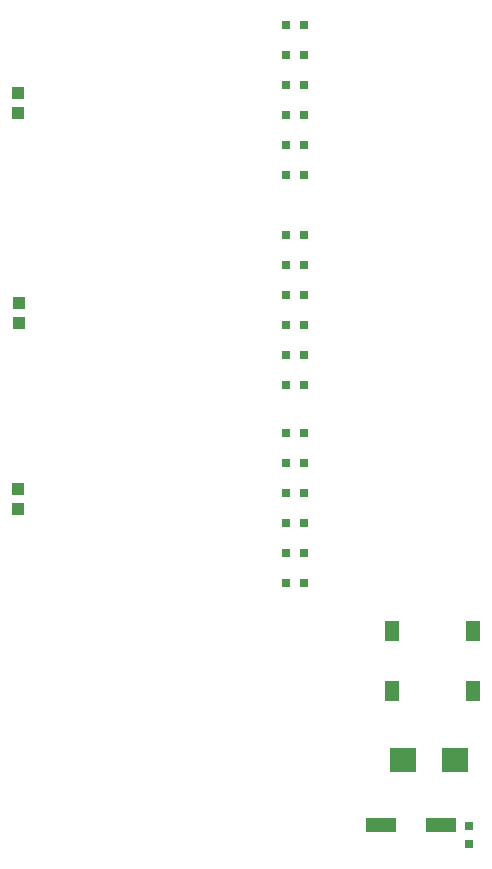
<source format=gbr>
G04 EAGLE Gerber RS-274X export*
G75*
%MOMM*%
%FSLAX34Y34*%
%LPD*%
%INSolderpaste Top*%
%IPPOS*%
%AMOC8*
5,1,8,0,0,1.08239X$1,22.5*%
G01*
%ADD10R,0.800000X0.800000*%
%ADD11R,2.540000X1.270000*%
%ADD12R,2.200000X2.150000*%
%ADD13R,1.100000X1.000000*%
%ADD14R,1.270000X1.780000*%


D10*
X297180Y320040D03*
X312420Y320040D03*
X312420Y345440D03*
X297180Y345440D03*
X297180Y370840D03*
X312420Y370840D03*
X297180Y396240D03*
X312420Y396240D03*
X312420Y421640D03*
X297180Y421640D03*
X297180Y447040D03*
X312420Y447040D03*
X297180Y487680D03*
X312420Y487680D03*
X312420Y513080D03*
X297180Y513080D03*
X297180Y538480D03*
X312420Y538480D03*
X297180Y563880D03*
X312420Y563880D03*
X312420Y589280D03*
X297180Y589280D03*
X297180Y614680D03*
X312420Y614680D03*
X297180Y665480D03*
X312420Y665480D03*
X312420Y690880D03*
X297180Y690880D03*
X297180Y716280D03*
X312420Y716280D03*
X297180Y741680D03*
X312420Y741680D03*
X312420Y767080D03*
X297180Y767080D03*
X297180Y792480D03*
X312420Y792480D03*
X452200Y114820D03*
X452200Y99580D03*
D11*
X428435Y115630D03*
X377635Y115630D03*
D12*
X440080Y170040D03*
X396080Y170040D03*
D13*
X70600Y717820D03*
X70600Y734820D03*
X71230Y540020D03*
X71230Y557020D03*
X70590Y382540D03*
X70590Y399540D03*
D14*
X387200Y279275D03*
X387200Y228475D03*
X455800Y228475D03*
X455800Y279275D03*
M02*

</source>
